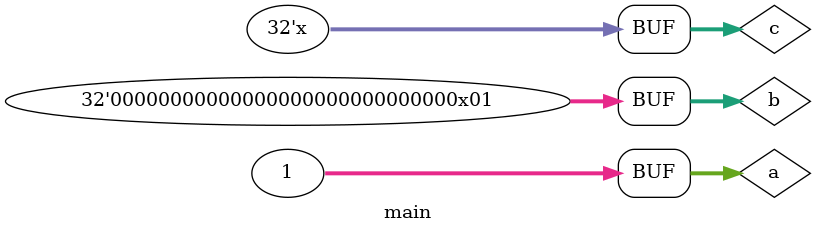
<source format=v>

module main;

  reg [31:0] a, b, c;

  initial begin
    a = 1;
    b = 1;
    b[2] = 1'bx;
    c = a << b;
    //$display( "a: %b, b: %b, c: %b", a, b, c );
    if (c != 32'bx) $display("FAILED");
    else $display("PASSED");
  end
endmodule

</source>
